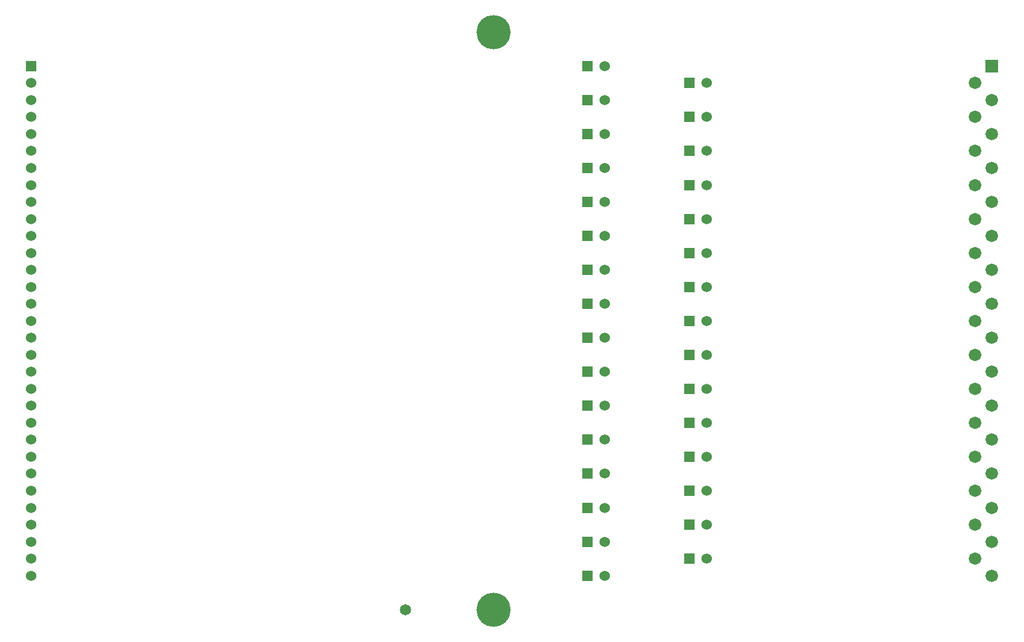
<source format=gbr>
G04 start of page 2 for group 0 idx 0 *
G04 Title: 01.003.00.01.01_main_pcb_layout.pcb, component *
G04 Creator: pcb 20100929 *
G04 CreationDate: Sat Sep 29 18:10:19 2012 UTC *
G04 For: bert *
G04 Format: Gerber/RS-274X *
G04 PCB-Dimensions: 629925 393705 *
G04 PCB-Coordinate-Origin: lower left *
%MOIN*%
%FSLAX25Y25*%
%LNFRONT*%
%ADD11C,0.0200*%
%ADD12C,0.0720*%
%ADD13C,0.1980*%
%ADD14C,0.0650*%
%ADD15C,0.0600*%
%ADD16C,0.0520*%
%ADD17C,0.1100*%
%ADD18C,0.1260*%
%ADD19C,0.0460*%
%ADD20C,0.0350*%
G54D11*G36*
X599548Y348093D02*Y340893D01*
X606748D01*
Y348093D01*
X599548D01*
G37*
G54D12*X593306Y334651D03*
X603148Y324808D03*
X593306Y314966D03*
X603148Y305123D03*
X593306Y295280D03*
X603148Y285438D03*
G54D13*X314961Y364177D03*
Y29532D03*
G54D14*X263780D03*
G54D11*G36*
X44244Y347492D02*Y341492D01*
X50244D01*
Y347492D01*
X44244D01*
G37*
G54D15*X47244Y334650D03*
Y324807D03*
Y314965D03*
Y305122D03*
Y295280D03*
Y285437D03*
Y275595D03*
Y265752D03*
Y255910D03*
Y246067D03*
Y236225D03*
Y226382D03*
Y216540D03*
Y206697D03*
Y196855D03*
Y187012D03*
Y177170D03*
Y167327D03*
Y157485D03*
Y147642D03*
Y137799D03*
Y127957D03*
Y118114D03*
Y108272D03*
Y98429D03*
Y88587D03*
Y78744D03*
Y68902D03*
Y59059D03*
Y49217D03*
G54D12*X593306Y275595D03*
Y255910D03*
Y236225D03*
X603148Y265753D03*
Y246068D03*
Y226383D03*
X593306Y216540D03*
Y196856D03*
Y177171D03*
Y157486D03*
X603148Y206698D03*
Y187013D03*
Y167328D03*
Y147643D03*
X593306Y137800D03*
Y118115D03*
Y98430D03*
Y78745D03*
Y59060D03*
X603148Y127958D03*
Y108273D03*
Y88588D03*
Y68903D03*
Y49218D03*
G54D11*G36*
X366016Y347492D02*Y341492D01*
X372016D01*
Y347492D01*
X366016D01*
G37*
G54D15*X379016Y344492D03*
G54D11*G36*
X366016Y327807D02*Y321807D01*
X372016D01*
Y327807D01*
X366016D01*
G37*
G54D15*X379016Y324807D03*
G54D11*G36*
X366016Y308122D02*Y302122D01*
X372016D01*
Y308122D01*
X366016D01*
G37*
G54D15*X379016Y305122D03*
G54D11*G36*
X366016Y288437D02*Y282437D01*
X372016D01*
Y288437D01*
X366016D01*
G37*
G54D15*X379016Y285437D03*
G54D11*G36*
X425071Y337650D02*Y331650D01*
X431071D01*
Y337650D01*
X425071D01*
G37*
G36*
X366016Y268752D02*Y262752D01*
X372016D01*
Y268752D01*
X366016D01*
G37*
G36*
Y229382D02*Y223382D01*
X372016D01*
Y229382D01*
X366016D01*
G37*
G36*
Y209697D02*Y203697D01*
X372016D01*
Y209697D01*
X366016D01*
G37*
G54D15*X379016Y265752D03*
Y226382D03*
Y206697D03*
G54D11*G36*
X366016Y249067D02*Y243067D01*
X372016D01*
Y249067D01*
X366016D01*
G37*
G54D15*X379016Y246067D03*
G54D11*G36*
X366016Y190012D02*Y184012D01*
X372016D01*
Y190012D01*
X366016D01*
G37*
G36*
Y170327D02*Y164327D01*
X372016D01*
Y170327D01*
X366016D01*
G37*
G36*
Y150642D02*Y144642D01*
X372016D01*
Y150642D01*
X366016D01*
G37*
G54D15*X379016Y187012D03*
Y167327D03*
Y147642D03*
Y127957D03*
Y88587D03*
Y68902D03*
G54D11*G36*
X366016Y111272D02*Y105272D01*
X372016D01*
Y111272D01*
X366016D01*
G37*
G54D15*X379016Y108272D03*
G54D11*G36*
X366016Y130957D02*Y124957D01*
X372016D01*
Y130957D01*
X366016D01*
G37*
G36*
Y91587D02*Y85587D01*
X372016D01*
Y91587D01*
X366016D01*
G37*
G36*
Y71902D02*Y65902D01*
X372016D01*
Y71902D01*
X366016D01*
G37*
G36*
Y52217D02*Y46217D01*
X372016D01*
Y52217D01*
X366016D01*
G37*
G54D15*X379016Y49217D03*
X438071Y334650D03*
G54D11*G36*
X425071Y317965D02*Y311965D01*
X431071D01*
Y317965D01*
X425071D01*
G37*
G36*
Y298280D02*Y292280D01*
X431071D01*
Y298280D01*
X425071D01*
G37*
G36*
Y278595D02*Y272595D01*
X431071D01*
Y278595D01*
X425071D01*
G37*
G54D15*X438071Y314965D03*
Y295280D03*
Y275595D03*
Y255910D03*
Y236225D03*
Y216540D03*
G54D11*G36*
X425071Y258910D02*Y252910D01*
X431071D01*
Y258910D01*
X425071D01*
G37*
G36*
Y239225D02*Y233225D01*
X431071D01*
Y239225D01*
X425071D01*
G37*
G36*
Y219540D02*Y213540D01*
X431071D01*
Y219540D01*
X425071D01*
G37*
G54D15*X438071Y196855D03*
Y157485D03*
Y137800D03*
G54D11*G36*
X425071Y180170D02*Y174170D01*
X431071D01*
Y180170D01*
X425071D01*
G37*
G54D15*X438071Y177170D03*
G54D11*G36*
X425071Y199855D02*Y193855D01*
X431071D01*
Y199855D01*
X425071D01*
G37*
G36*
Y160485D02*Y154485D01*
X431071D01*
Y160485D01*
X425071D01*
G37*
G36*
Y140800D02*Y134800D01*
X431071D01*
Y140800D01*
X425071D01*
G37*
G36*
Y121115D02*Y115115D01*
X431071D01*
Y121115D01*
X425071D01*
G37*
G36*
Y81744D02*Y75744D01*
X431071D01*
Y81744D01*
X425071D01*
G37*
G36*
Y62059D02*Y56059D01*
X431071D01*
Y62059D01*
X425071D01*
G37*
G54D15*X438071Y118115D03*
Y78744D03*
Y59059D03*
G54D11*G36*
X425071Y101429D02*Y95429D01*
X431071D01*
Y101429D01*
X425071D01*
G37*
G54D15*X438071Y98429D03*
G54D16*G54D17*G54D18*G54D19*G54D18*G54D20*G54D16*G54D17*G54D20*M02*

</source>
